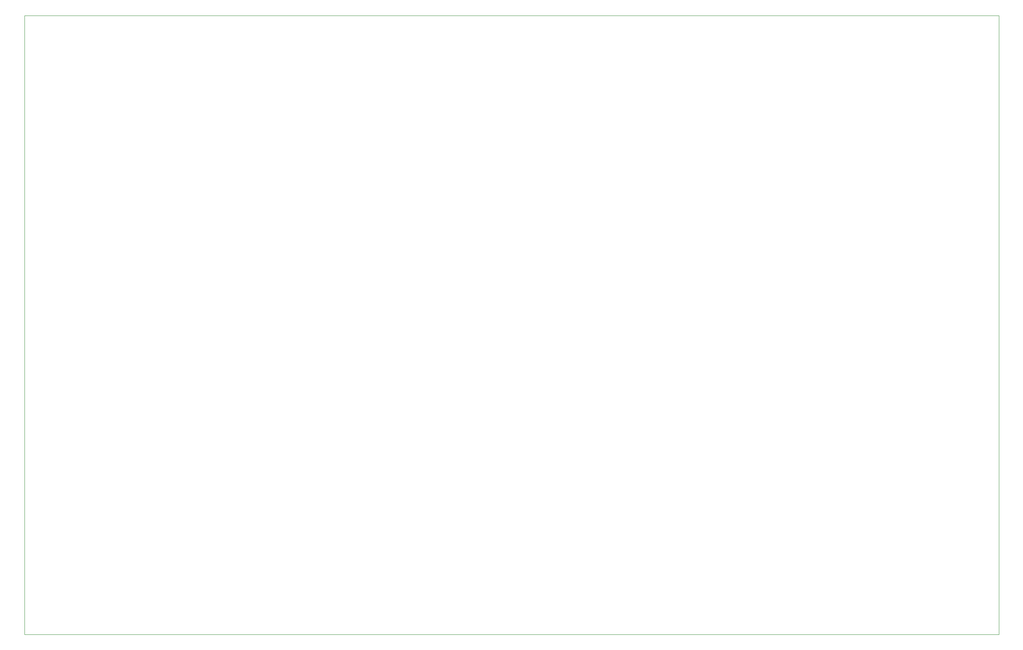
<source format=gbr>
%TF.GenerationSoftware,Altium Limited,Altium Designer,24.10.1 (45)*%
G04 Layer_Color=0*
%FSLAX45Y45*%
%MOMM*%
%TF.SameCoordinates,38DBCD4E-7E83-4607-9FCA-708DEC94F610*%
%TF.FilePolarity,Positive*%
%TF.FileFunction,Profile,NP*%
%TF.Part,Single*%
G01*
G75*
%TA.AperFunction,Profile*%
%ADD42C,0.02540*%
D42*
X2540000Y2540000D02*
X23749001D01*
Y16014700D01*
X2540000D01*
Y2540000D01*
%TF.MD5,4cd58f919e6f9fbc82f51afb4064e944*%
M02*

</source>
